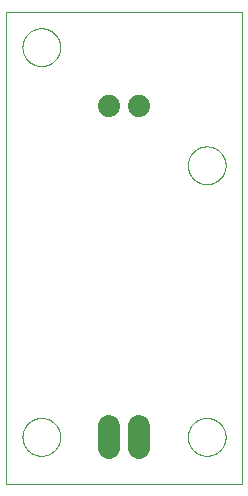
<source format=gtl>
G75*
%MOIN*%
%OFA0B0*%
%FSLAX25Y25*%
%IPPOS*%
%LPD*%
%AMOC8*
5,1,8,0,0,1.08239X$1,22.5*
%
%ADD10C,0.00000*%
%ADD11C,0.07400*%
%ADD12C,0.07400*%
D10*
X0001000Y0001000D02*
X0001000Y0158480D01*
X0079740Y0158480D01*
X0079740Y0001000D01*
X0001000Y0001000D01*
X0006512Y0016748D02*
X0006514Y0016906D01*
X0006520Y0017064D01*
X0006530Y0017222D01*
X0006544Y0017380D01*
X0006562Y0017537D01*
X0006583Y0017694D01*
X0006609Y0017850D01*
X0006639Y0018006D01*
X0006672Y0018161D01*
X0006710Y0018314D01*
X0006751Y0018467D01*
X0006796Y0018619D01*
X0006845Y0018770D01*
X0006898Y0018919D01*
X0006954Y0019067D01*
X0007014Y0019213D01*
X0007078Y0019358D01*
X0007146Y0019501D01*
X0007217Y0019643D01*
X0007291Y0019783D01*
X0007369Y0019920D01*
X0007451Y0020056D01*
X0007535Y0020190D01*
X0007624Y0020321D01*
X0007715Y0020450D01*
X0007810Y0020577D01*
X0007907Y0020702D01*
X0008008Y0020824D01*
X0008112Y0020943D01*
X0008219Y0021060D01*
X0008329Y0021174D01*
X0008442Y0021285D01*
X0008557Y0021394D01*
X0008675Y0021499D01*
X0008796Y0021601D01*
X0008919Y0021701D01*
X0009045Y0021797D01*
X0009173Y0021890D01*
X0009303Y0021980D01*
X0009436Y0022066D01*
X0009571Y0022150D01*
X0009707Y0022229D01*
X0009846Y0022306D01*
X0009987Y0022378D01*
X0010129Y0022448D01*
X0010273Y0022513D01*
X0010419Y0022575D01*
X0010566Y0022633D01*
X0010715Y0022688D01*
X0010865Y0022739D01*
X0011016Y0022786D01*
X0011168Y0022829D01*
X0011321Y0022868D01*
X0011476Y0022904D01*
X0011631Y0022935D01*
X0011787Y0022963D01*
X0011943Y0022987D01*
X0012100Y0023007D01*
X0012258Y0023023D01*
X0012415Y0023035D01*
X0012574Y0023043D01*
X0012732Y0023047D01*
X0012890Y0023047D01*
X0013048Y0023043D01*
X0013207Y0023035D01*
X0013364Y0023023D01*
X0013522Y0023007D01*
X0013679Y0022987D01*
X0013835Y0022963D01*
X0013991Y0022935D01*
X0014146Y0022904D01*
X0014301Y0022868D01*
X0014454Y0022829D01*
X0014606Y0022786D01*
X0014757Y0022739D01*
X0014907Y0022688D01*
X0015056Y0022633D01*
X0015203Y0022575D01*
X0015349Y0022513D01*
X0015493Y0022448D01*
X0015635Y0022378D01*
X0015776Y0022306D01*
X0015915Y0022229D01*
X0016051Y0022150D01*
X0016186Y0022066D01*
X0016319Y0021980D01*
X0016449Y0021890D01*
X0016577Y0021797D01*
X0016703Y0021701D01*
X0016826Y0021601D01*
X0016947Y0021499D01*
X0017065Y0021394D01*
X0017180Y0021285D01*
X0017293Y0021174D01*
X0017403Y0021060D01*
X0017510Y0020943D01*
X0017614Y0020824D01*
X0017715Y0020702D01*
X0017812Y0020577D01*
X0017907Y0020450D01*
X0017998Y0020321D01*
X0018087Y0020190D01*
X0018171Y0020056D01*
X0018253Y0019920D01*
X0018331Y0019783D01*
X0018405Y0019643D01*
X0018476Y0019501D01*
X0018544Y0019358D01*
X0018608Y0019213D01*
X0018668Y0019067D01*
X0018724Y0018919D01*
X0018777Y0018770D01*
X0018826Y0018619D01*
X0018871Y0018467D01*
X0018912Y0018314D01*
X0018950Y0018161D01*
X0018983Y0018006D01*
X0019013Y0017850D01*
X0019039Y0017694D01*
X0019060Y0017537D01*
X0019078Y0017380D01*
X0019092Y0017222D01*
X0019102Y0017064D01*
X0019108Y0016906D01*
X0019110Y0016748D01*
X0019108Y0016590D01*
X0019102Y0016432D01*
X0019092Y0016274D01*
X0019078Y0016116D01*
X0019060Y0015959D01*
X0019039Y0015802D01*
X0019013Y0015646D01*
X0018983Y0015490D01*
X0018950Y0015335D01*
X0018912Y0015182D01*
X0018871Y0015029D01*
X0018826Y0014877D01*
X0018777Y0014726D01*
X0018724Y0014577D01*
X0018668Y0014429D01*
X0018608Y0014283D01*
X0018544Y0014138D01*
X0018476Y0013995D01*
X0018405Y0013853D01*
X0018331Y0013713D01*
X0018253Y0013576D01*
X0018171Y0013440D01*
X0018087Y0013306D01*
X0017998Y0013175D01*
X0017907Y0013046D01*
X0017812Y0012919D01*
X0017715Y0012794D01*
X0017614Y0012672D01*
X0017510Y0012553D01*
X0017403Y0012436D01*
X0017293Y0012322D01*
X0017180Y0012211D01*
X0017065Y0012102D01*
X0016947Y0011997D01*
X0016826Y0011895D01*
X0016703Y0011795D01*
X0016577Y0011699D01*
X0016449Y0011606D01*
X0016319Y0011516D01*
X0016186Y0011430D01*
X0016051Y0011346D01*
X0015915Y0011267D01*
X0015776Y0011190D01*
X0015635Y0011118D01*
X0015493Y0011048D01*
X0015349Y0010983D01*
X0015203Y0010921D01*
X0015056Y0010863D01*
X0014907Y0010808D01*
X0014757Y0010757D01*
X0014606Y0010710D01*
X0014454Y0010667D01*
X0014301Y0010628D01*
X0014146Y0010592D01*
X0013991Y0010561D01*
X0013835Y0010533D01*
X0013679Y0010509D01*
X0013522Y0010489D01*
X0013364Y0010473D01*
X0013207Y0010461D01*
X0013048Y0010453D01*
X0012890Y0010449D01*
X0012732Y0010449D01*
X0012574Y0010453D01*
X0012415Y0010461D01*
X0012258Y0010473D01*
X0012100Y0010489D01*
X0011943Y0010509D01*
X0011787Y0010533D01*
X0011631Y0010561D01*
X0011476Y0010592D01*
X0011321Y0010628D01*
X0011168Y0010667D01*
X0011016Y0010710D01*
X0010865Y0010757D01*
X0010715Y0010808D01*
X0010566Y0010863D01*
X0010419Y0010921D01*
X0010273Y0010983D01*
X0010129Y0011048D01*
X0009987Y0011118D01*
X0009846Y0011190D01*
X0009707Y0011267D01*
X0009571Y0011346D01*
X0009436Y0011430D01*
X0009303Y0011516D01*
X0009173Y0011606D01*
X0009045Y0011699D01*
X0008919Y0011795D01*
X0008796Y0011895D01*
X0008675Y0011997D01*
X0008557Y0012102D01*
X0008442Y0012211D01*
X0008329Y0012322D01*
X0008219Y0012436D01*
X0008112Y0012553D01*
X0008008Y0012672D01*
X0007907Y0012794D01*
X0007810Y0012919D01*
X0007715Y0013046D01*
X0007624Y0013175D01*
X0007535Y0013306D01*
X0007451Y0013440D01*
X0007369Y0013576D01*
X0007291Y0013713D01*
X0007217Y0013853D01*
X0007146Y0013995D01*
X0007078Y0014138D01*
X0007014Y0014283D01*
X0006954Y0014429D01*
X0006898Y0014577D01*
X0006845Y0014726D01*
X0006796Y0014877D01*
X0006751Y0015029D01*
X0006710Y0015182D01*
X0006672Y0015335D01*
X0006639Y0015490D01*
X0006609Y0015646D01*
X0006583Y0015802D01*
X0006562Y0015959D01*
X0006544Y0016116D01*
X0006530Y0016274D01*
X0006520Y0016432D01*
X0006514Y0016590D01*
X0006512Y0016748D01*
X0061630Y0016748D02*
X0061632Y0016906D01*
X0061638Y0017064D01*
X0061648Y0017222D01*
X0061662Y0017380D01*
X0061680Y0017537D01*
X0061701Y0017694D01*
X0061727Y0017850D01*
X0061757Y0018006D01*
X0061790Y0018161D01*
X0061828Y0018314D01*
X0061869Y0018467D01*
X0061914Y0018619D01*
X0061963Y0018770D01*
X0062016Y0018919D01*
X0062072Y0019067D01*
X0062132Y0019213D01*
X0062196Y0019358D01*
X0062264Y0019501D01*
X0062335Y0019643D01*
X0062409Y0019783D01*
X0062487Y0019920D01*
X0062569Y0020056D01*
X0062653Y0020190D01*
X0062742Y0020321D01*
X0062833Y0020450D01*
X0062928Y0020577D01*
X0063025Y0020702D01*
X0063126Y0020824D01*
X0063230Y0020943D01*
X0063337Y0021060D01*
X0063447Y0021174D01*
X0063560Y0021285D01*
X0063675Y0021394D01*
X0063793Y0021499D01*
X0063914Y0021601D01*
X0064037Y0021701D01*
X0064163Y0021797D01*
X0064291Y0021890D01*
X0064421Y0021980D01*
X0064554Y0022066D01*
X0064689Y0022150D01*
X0064825Y0022229D01*
X0064964Y0022306D01*
X0065105Y0022378D01*
X0065247Y0022448D01*
X0065391Y0022513D01*
X0065537Y0022575D01*
X0065684Y0022633D01*
X0065833Y0022688D01*
X0065983Y0022739D01*
X0066134Y0022786D01*
X0066286Y0022829D01*
X0066439Y0022868D01*
X0066594Y0022904D01*
X0066749Y0022935D01*
X0066905Y0022963D01*
X0067061Y0022987D01*
X0067218Y0023007D01*
X0067376Y0023023D01*
X0067533Y0023035D01*
X0067692Y0023043D01*
X0067850Y0023047D01*
X0068008Y0023047D01*
X0068166Y0023043D01*
X0068325Y0023035D01*
X0068482Y0023023D01*
X0068640Y0023007D01*
X0068797Y0022987D01*
X0068953Y0022963D01*
X0069109Y0022935D01*
X0069264Y0022904D01*
X0069419Y0022868D01*
X0069572Y0022829D01*
X0069724Y0022786D01*
X0069875Y0022739D01*
X0070025Y0022688D01*
X0070174Y0022633D01*
X0070321Y0022575D01*
X0070467Y0022513D01*
X0070611Y0022448D01*
X0070753Y0022378D01*
X0070894Y0022306D01*
X0071033Y0022229D01*
X0071169Y0022150D01*
X0071304Y0022066D01*
X0071437Y0021980D01*
X0071567Y0021890D01*
X0071695Y0021797D01*
X0071821Y0021701D01*
X0071944Y0021601D01*
X0072065Y0021499D01*
X0072183Y0021394D01*
X0072298Y0021285D01*
X0072411Y0021174D01*
X0072521Y0021060D01*
X0072628Y0020943D01*
X0072732Y0020824D01*
X0072833Y0020702D01*
X0072930Y0020577D01*
X0073025Y0020450D01*
X0073116Y0020321D01*
X0073205Y0020190D01*
X0073289Y0020056D01*
X0073371Y0019920D01*
X0073449Y0019783D01*
X0073523Y0019643D01*
X0073594Y0019501D01*
X0073662Y0019358D01*
X0073726Y0019213D01*
X0073786Y0019067D01*
X0073842Y0018919D01*
X0073895Y0018770D01*
X0073944Y0018619D01*
X0073989Y0018467D01*
X0074030Y0018314D01*
X0074068Y0018161D01*
X0074101Y0018006D01*
X0074131Y0017850D01*
X0074157Y0017694D01*
X0074178Y0017537D01*
X0074196Y0017380D01*
X0074210Y0017222D01*
X0074220Y0017064D01*
X0074226Y0016906D01*
X0074228Y0016748D01*
X0074226Y0016590D01*
X0074220Y0016432D01*
X0074210Y0016274D01*
X0074196Y0016116D01*
X0074178Y0015959D01*
X0074157Y0015802D01*
X0074131Y0015646D01*
X0074101Y0015490D01*
X0074068Y0015335D01*
X0074030Y0015182D01*
X0073989Y0015029D01*
X0073944Y0014877D01*
X0073895Y0014726D01*
X0073842Y0014577D01*
X0073786Y0014429D01*
X0073726Y0014283D01*
X0073662Y0014138D01*
X0073594Y0013995D01*
X0073523Y0013853D01*
X0073449Y0013713D01*
X0073371Y0013576D01*
X0073289Y0013440D01*
X0073205Y0013306D01*
X0073116Y0013175D01*
X0073025Y0013046D01*
X0072930Y0012919D01*
X0072833Y0012794D01*
X0072732Y0012672D01*
X0072628Y0012553D01*
X0072521Y0012436D01*
X0072411Y0012322D01*
X0072298Y0012211D01*
X0072183Y0012102D01*
X0072065Y0011997D01*
X0071944Y0011895D01*
X0071821Y0011795D01*
X0071695Y0011699D01*
X0071567Y0011606D01*
X0071437Y0011516D01*
X0071304Y0011430D01*
X0071169Y0011346D01*
X0071033Y0011267D01*
X0070894Y0011190D01*
X0070753Y0011118D01*
X0070611Y0011048D01*
X0070467Y0010983D01*
X0070321Y0010921D01*
X0070174Y0010863D01*
X0070025Y0010808D01*
X0069875Y0010757D01*
X0069724Y0010710D01*
X0069572Y0010667D01*
X0069419Y0010628D01*
X0069264Y0010592D01*
X0069109Y0010561D01*
X0068953Y0010533D01*
X0068797Y0010509D01*
X0068640Y0010489D01*
X0068482Y0010473D01*
X0068325Y0010461D01*
X0068166Y0010453D01*
X0068008Y0010449D01*
X0067850Y0010449D01*
X0067692Y0010453D01*
X0067533Y0010461D01*
X0067376Y0010473D01*
X0067218Y0010489D01*
X0067061Y0010509D01*
X0066905Y0010533D01*
X0066749Y0010561D01*
X0066594Y0010592D01*
X0066439Y0010628D01*
X0066286Y0010667D01*
X0066134Y0010710D01*
X0065983Y0010757D01*
X0065833Y0010808D01*
X0065684Y0010863D01*
X0065537Y0010921D01*
X0065391Y0010983D01*
X0065247Y0011048D01*
X0065105Y0011118D01*
X0064964Y0011190D01*
X0064825Y0011267D01*
X0064689Y0011346D01*
X0064554Y0011430D01*
X0064421Y0011516D01*
X0064291Y0011606D01*
X0064163Y0011699D01*
X0064037Y0011795D01*
X0063914Y0011895D01*
X0063793Y0011997D01*
X0063675Y0012102D01*
X0063560Y0012211D01*
X0063447Y0012322D01*
X0063337Y0012436D01*
X0063230Y0012553D01*
X0063126Y0012672D01*
X0063025Y0012794D01*
X0062928Y0012919D01*
X0062833Y0013046D01*
X0062742Y0013175D01*
X0062653Y0013306D01*
X0062569Y0013440D01*
X0062487Y0013576D01*
X0062409Y0013713D01*
X0062335Y0013853D01*
X0062264Y0013995D01*
X0062196Y0014138D01*
X0062132Y0014283D01*
X0062072Y0014429D01*
X0062016Y0014577D01*
X0061963Y0014726D01*
X0061914Y0014877D01*
X0061869Y0015029D01*
X0061828Y0015182D01*
X0061790Y0015335D01*
X0061757Y0015490D01*
X0061727Y0015646D01*
X0061701Y0015802D01*
X0061680Y0015959D01*
X0061662Y0016116D01*
X0061648Y0016274D01*
X0061638Y0016432D01*
X0061632Y0016590D01*
X0061630Y0016748D01*
X0061630Y0107299D02*
X0061632Y0107457D01*
X0061638Y0107615D01*
X0061648Y0107773D01*
X0061662Y0107931D01*
X0061680Y0108088D01*
X0061701Y0108245D01*
X0061727Y0108401D01*
X0061757Y0108557D01*
X0061790Y0108712D01*
X0061828Y0108865D01*
X0061869Y0109018D01*
X0061914Y0109170D01*
X0061963Y0109321D01*
X0062016Y0109470D01*
X0062072Y0109618D01*
X0062132Y0109764D01*
X0062196Y0109909D01*
X0062264Y0110052D01*
X0062335Y0110194D01*
X0062409Y0110334D01*
X0062487Y0110471D01*
X0062569Y0110607D01*
X0062653Y0110741D01*
X0062742Y0110872D01*
X0062833Y0111001D01*
X0062928Y0111128D01*
X0063025Y0111253D01*
X0063126Y0111375D01*
X0063230Y0111494D01*
X0063337Y0111611D01*
X0063447Y0111725D01*
X0063560Y0111836D01*
X0063675Y0111945D01*
X0063793Y0112050D01*
X0063914Y0112152D01*
X0064037Y0112252D01*
X0064163Y0112348D01*
X0064291Y0112441D01*
X0064421Y0112531D01*
X0064554Y0112617D01*
X0064689Y0112701D01*
X0064825Y0112780D01*
X0064964Y0112857D01*
X0065105Y0112929D01*
X0065247Y0112999D01*
X0065391Y0113064D01*
X0065537Y0113126D01*
X0065684Y0113184D01*
X0065833Y0113239D01*
X0065983Y0113290D01*
X0066134Y0113337D01*
X0066286Y0113380D01*
X0066439Y0113419D01*
X0066594Y0113455D01*
X0066749Y0113486D01*
X0066905Y0113514D01*
X0067061Y0113538D01*
X0067218Y0113558D01*
X0067376Y0113574D01*
X0067533Y0113586D01*
X0067692Y0113594D01*
X0067850Y0113598D01*
X0068008Y0113598D01*
X0068166Y0113594D01*
X0068325Y0113586D01*
X0068482Y0113574D01*
X0068640Y0113558D01*
X0068797Y0113538D01*
X0068953Y0113514D01*
X0069109Y0113486D01*
X0069264Y0113455D01*
X0069419Y0113419D01*
X0069572Y0113380D01*
X0069724Y0113337D01*
X0069875Y0113290D01*
X0070025Y0113239D01*
X0070174Y0113184D01*
X0070321Y0113126D01*
X0070467Y0113064D01*
X0070611Y0112999D01*
X0070753Y0112929D01*
X0070894Y0112857D01*
X0071033Y0112780D01*
X0071169Y0112701D01*
X0071304Y0112617D01*
X0071437Y0112531D01*
X0071567Y0112441D01*
X0071695Y0112348D01*
X0071821Y0112252D01*
X0071944Y0112152D01*
X0072065Y0112050D01*
X0072183Y0111945D01*
X0072298Y0111836D01*
X0072411Y0111725D01*
X0072521Y0111611D01*
X0072628Y0111494D01*
X0072732Y0111375D01*
X0072833Y0111253D01*
X0072930Y0111128D01*
X0073025Y0111001D01*
X0073116Y0110872D01*
X0073205Y0110741D01*
X0073289Y0110607D01*
X0073371Y0110471D01*
X0073449Y0110334D01*
X0073523Y0110194D01*
X0073594Y0110052D01*
X0073662Y0109909D01*
X0073726Y0109764D01*
X0073786Y0109618D01*
X0073842Y0109470D01*
X0073895Y0109321D01*
X0073944Y0109170D01*
X0073989Y0109018D01*
X0074030Y0108865D01*
X0074068Y0108712D01*
X0074101Y0108557D01*
X0074131Y0108401D01*
X0074157Y0108245D01*
X0074178Y0108088D01*
X0074196Y0107931D01*
X0074210Y0107773D01*
X0074220Y0107615D01*
X0074226Y0107457D01*
X0074228Y0107299D01*
X0074226Y0107141D01*
X0074220Y0106983D01*
X0074210Y0106825D01*
X0074196Y0106667D01*
X0074178Y0106510D01*
X0074157Y0106353D01*
X0074131Y0106197D01*
X0074101Y0106041D01*
X0074068Y0105886D01*
X0074030Y0105733D01*
X0073989Y0105580D01*
X0073944Y0105428D01*
X0073895Y0105277D01*
X0073842Y0105128D01*
X0073786Y0104980D01*
X0073726Y0104834D01*
X0073662Y0104689D01*
X0073594Y0104546D01*
X0073523Y0104404D01*
X0073449Y0104264D01*
X0073371Y0104127D01*
X0073289Y0103991D01*
X0073205Y0103857D01*
X0073116Y0103726D01*
X0073025Y0103597D01*
X0072930Y0103470D01*
X0072833Y0103345D01*
X0072732Y0103223D01*
X0072628Y0103104D01*
X0072521Y0102987D01*
X0072411Y0102873D01*
X0072298Y0102762D01*
X0072183Y0102653D01*
X0072065Y0102548D01*
X0071944Y0102446D01*
X0071821Y0102346D01*
X0071695Y0102250D01*
X0071567Y0102157D01*
X0071437Y0102067D01*
X0071304Y0101981D01*
X0071169Y0101897D01*
X0071033Y0101818D01*
X0070894Y0101741D01*
X0070753Y0101669D01*
X0070611Y0101599D01*
X0070467Y0101534D01*
X0070321Y0101472D01*
X0070174Y0101414D01*
X0070025Y0101359D01*
X0069875Y0101308D01*
X0069724Y0101261D01*
X0069572Y0101218D01*
X0069419Y0101179D01*
X0069264Y0101143D01*
X0069109Y0101112D01*
X0068953Y0101084D01*
X0068797Y0101060D01*
X0068640Y0101040D01*
X0068482Y0101024D01*
X0068325Y0101012D01*
X0068166Y0101004D01*
X0068008Y0101000D01*
X0067850Y0101000D01*
X0067692Y0101004D01*
X0067533Y0101012D01*
X0067376Y0101024D01*
X0067218Y0101040D01*
X0067061Y0101060D01*
X0066905Y0101084D01*
X0066749Y0101112D01*
X0066594Y0101143D01*
X0066439Y0101179D01*
X0066286Y0101218D01*
X0066134Y0101261D01*
X0065983Y0101308D01*
X0065833Y0101359D01*
X0065684Y0101414D01*
X0065537Y0101472D01*
X0065391Y0101534D01*
X0065247Y0101599D01*
X0065105Y0101669D01*
X0064964Y0101741D01*
X0064825Y0101818D01*
X0064689Y0101897D01*
X0064554Y0101981D01*
X0064421Y0102067D01*
X0064291Y0102157D01*
X0064163Y0102250D01*
X0064037Y0102346D01*
X0063914Y0102446D01*
X0063793Y0102548D01*
X0063675Y0102653D01*
X0063560Y0102762D01*
X0063447Y0102873D01*
X0063337Y0102987D01*
X0063230Y0103104D01*
X0063126Y0103223D01*
X0063025Y0103345D01*
X0062928Y0103470D01*
X0062833Y0103597D01*
X0062742Y0103726D01*
X0062653Y0103857D01*
X0062569Y0103991D01*
X0062487Y0104127D01*
X0062409Y0104264D01*
X0062335Y0104404D01*
X0062264Y0104546D01*
X0062196Y0104689D01*
X0062132Y0104834D01*
X0062072Y0104980D01*
X0062016Y0105128D01*
X0061963Y0105277D01*
X0061914Y0105428D01*
X0061869Y0105580D01*
X0061828Y0105733D01*
X0061790Y0105886D01*
X0061757Y0106041D01*
X0061727Y0106197D01*
X0061701Y0106353D01*
X0061680Y0106510D01*
X0061662Y0106667D01*
X0061648Y0106825D01*
X0061638Y0106983D01*
X0061632Y0107141D01*
X0061630Y0107299D01*
X0006512Y0146669D02*
X0006514Y0146827D01*
X0006520Y0146985D01*
X0006530Y0147143D01*
X0006544Y0147301D01*
X0006562Y0147458D01*
X0006583Y0147615D01*
X0006609Y0147771D01*
X0006639Y0147927D01*
X0006672Y0148082D01*
X0006710Y0148235D01*
X0006751Y0148388D01*
X0006796Y0148540D01*
X0006845Y0148691D01*
X0006898Y0148840D01*
X0006954Y0148988D01*
X0007014Y0149134D01*
X0007078Y0149279D01*
X0007146Y0149422D01*
X0007217Y0149564D01*
X0007291Y0149704D01*
X0007369Y0149841D01*
X0007451Y0149977D01*
X0007535Y0150111D01*
X0007624Y0150242D01*
X0007715Y0150371D01*
X0007810Y0150498D01*
X0007907Y0150623D01*
X0008008Y0150745D01*
X0008112Y0150864D01*
X0008219Y0150981D01*
X0008329Y0151095D01*
X0008442Y0151206D01*
X0008557Y0151315D01*
X0008675Y0151420D01*
X0008796Y0151522D01*
X0008919Y0151622D01*
X0009045Y0151718D01*
X0009173Y0151811D01*
X0009303Y0151901D01*
X0009436Y0151987D01*
X0009571Y0152071D01*
X0009707Y0152150D01*
X0009846Y0152227D01*
X0009987Y0152299D01*
X0010129Y0152369D01*
X0010273Y0152434D01*
X0010419Y0152496D01*
X0010566Y0152554D01*
X0010715Y0152609D01*
X0010865Y0152660D01*
X0011016Y0152707D01*
X0011168Y0152750D01*
X0011321Y0152789D01*
X0011476Y0152825D01*
X0011631Y0152856D01*
X0011787Y0152884D01*
X0011943Y0152908D01*
X0012100Y0152928D01*
X0012258Y0152944D01*
X0012415Y0152956D01*
X0012574Y0152964D01*
X0012732Y0152968D01*
X0012890Y0152968D01*
X0013048Y0152964D01*
X0013207Y0152956D01*
X0013364Y0152944D01*
X0013522Y0152928D01*
X0013679Y0152908D01*
X0013835Y0152884D01*
X0013991Y0152856D01*
X0014146Y0152825D01*
X0014301Y0152789D01*
X0014454Y0152750D01*
X0014606Y0152707D01*
X0014757Y0152660D01*
X0014907Y0152609D01*
X0015056Y0152554D01*
X0015203Y0152496D01*
X0015349Y0152434D01*
X0015493Y0152369D01*
X0015635Y0152299D01*
X0015776Y0152227D01*
X0015915Y0152150D01*
X0016051Y0152071D01*
X0016186Y0151987D01*
X0016319Y0151901D01*
X0016449Y0151811D01*
X0016577Y0151718D01*
X0016703Y0151622D01*
X0016826Y0151522D01*
X0016947Y0151420D01*
X0017065Y0151315D01*
X0017180Y0151206D01*
X0017293Y0151095D01*
X0017403Y0150981D01*
X0017510Y0150864D01*
X0017614Y0150745D01*
X0017715Y0150623D01*
X0017812Y0150498D01*
X0017907Y0150371D01*
X0017998Y0150242D01*
X0018087Y0150111D01*
X0018171Y0149977D01*
X0018253Y0149841D01*
X0018331Y0149704D01*
X0018405Y0149564D01*
X0018476Y0149422D01*
X0018544Y0149279D01*
X0018608Y0149134D01*
X0018668Y0148988D01*
X0018724Y0148840D01*
X0018777Y0148691D01*
X0018826Y0148540D01*
X0018871Y0148388D01*
X0018912Y0148235D01*
X0018950Y0148082D01*
X0018983Y0147927D01*
X0019013Y0147771D01*
X0019039Y0147615D01*
X0019060Y0147458D01*
X0019078Y0147301D01*
X0019092Y0147143D01*
X0019102Y0146985D01*
X0019108Y0146827D01*
X0019110Y0146669D01*
X0019108Y0146511D01*
X0019102Y0146353D01*
X0019092Y0146195D01*
X0019078Y0146037D01*
X0019060Y0145880D01*
X0019039Y0145723D01*
X0019013Y0145567D01*
X0018983Y0145411D01*
X0018950Y0145256D01*
X0018912Y0145103D01*
X0018871Y0144950D01*
X0018826Y0144798D01*
X0018777Y0144647D01*
X0018724Y0144498D01*
X0018668Y0144350D01*
X0018608Y0144204D01*
X0018544Y0144059D01*
X0018476Y0143916D01*
X0018405Y0143774D01*
X0018331Y0143634D01*
X0018253Y0143497D01*
X0018171Y0143361D01*
X0018087Y0143227D01*
X0017998Y0143096D01*
X0017907Y0142967D01*
X0017812Y0142840D01*
X0017715Y0142715D01*
X0017614Y0142593D01*
X0017510Y0142474D01*
X0017403Y0142357D01*
X0017293Y0142243D01*
X0017180Y0142132D01*
X0017065Y0142023D01*
X0016947Y0141918D01*
X0016826Y0141816D01*
X0016703Y0141716D01*
X0016577Y0141620D01*
X0016449Y0141527D01*
X0016319Y0141437D01*
X0016186Y0141351D01*
X0016051Y0141267D01*
X0015915Y0141188D01*
X0015776Y0141111D01*
X0015635Y0141039D01*
X0015493Y0140969D01*
X0015349Y0140904D01*
X0015203Y0140842D01*
X0015056Y0140784D01*
X0014907Y0140729D01*
X0014757Y0140678D01*
X0014606Y0140631D01*
X0014454Y0140588D01*
X0014301Y0140549D01*
X0014146Y0140513D01*
X0013991Y0140482D01*
X0013835Y0140454D01*
X0013679Y0140430D01*
X0013522Y0140410D01*
X0013364Y0140394D01*
X0013207Y0140382D01*
X0013048Y0140374D01*
X0012890Y0140370D01*
X0012732Y0140370D01*
X0012574Y0140374D01*
X0012415Y0140382D01*
X0012258Y0140394D01*
X0012100Y0140410D01*
X0011943Y0140430D01*
X0011787Y0140454D01*
X0011631Y0140482D01*
X0011476Y0140513D01*
X0011321Y0140549D01*
X0011168Y0140588D01*
X0011016Y0140631D01*
X0010865Y0140678D01*
X0010715Y0140729D01*
X0010566Y0140784D01*
X0010419Y0140842D01*
X0010273Y0140904D01*
X0010129Y0140969D01*
X0009987Y0141039D01*
X0009846Y0141111D01*
X0009707Y0141188D01*
X0009571Y0141267D01*
X0009436Y0141351D01*
X0009303Y0141437D01*
X0009173Y0141527D01*
X0009045Y0141620D01*
X0008919Y0141716D01*
X0008796Y0141816D01*
X0008675Y0141918D01*
X0008557Y0142023D01*
X0008442Y0142132D01*
X0008329Y0142243D01*
X0008219Y0142357D01*
X0008112Y0142474D01*
X0008008Y0142593D01*
X0007907Y0142715D01*
X0007810Y0142840D01*
X0007715Y0142967D01*
X0007624Y0143096D01*
X0007535Y0143227D01*
X0007451Y0143361D01*
X0007369Y0143497D01*
X0007291Y0143634D01*
X0007217Y0143774D01*
X0007146Y0143916D01*
X0007078Y0144059D01*
X0007014Y0144204D01*
X0006954Y0144350D01*
X0006898Y0144498D01*
X0006845Y0144647D01*
X0006796Y0144798D01*
X0006751Y0144950D01*
X0006710Y0145103D01*
X0006672Y0145256D01*
X0006639Y0145411D01*
X0006609Y0145567D01*
X0006583Y0145723D01*
X0006562Y0145880D01*
X0006544Y0146037D01*
X0006530Y0146195D01*
X0006520Y0146353D01*
X0006514Y0146511D01*
X0006512Y0146669D01*
D11*
X0035370Y0020448D02*
X0035370Y0013048D01*
X0045370Y0013048D02*
X0045370Y0020448D01*
D12*
X0045370Y0126984D03*
X0035370Y0126984D03*
M02*

</source>
